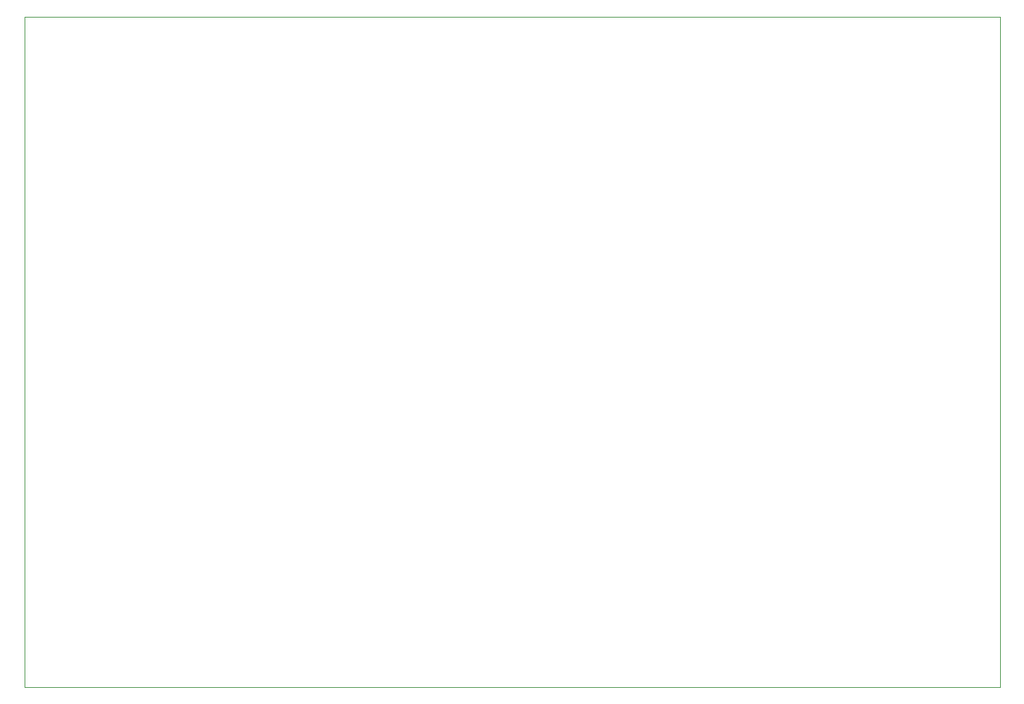
<source format=gbr>
%TF.GenerationSoftware,KiCad,Pcbnew,5.1.10-88a1d61d58~88~ubuntu20.04.1*%
%TF.CreationDate,2021-06-19T14:45:42+02:00*%
%TF.ProjectId,WindowControl,57696e64-6f77-4436-9f6e-74726f6c2e6b,rev?*%
%TF.SameCoordinates,Original*%
%TF.FileFunction,Profile,NP*%
%FSLAX46Y46*%
G04 Gerber Fmt 4.6, Leading zero omitted, Abs format (unit mm)*
G04 Created by KiCad (PCBNEW 5.1.10-88a1d61d58~88~ubuntu20.04.1) date 2021-06-19 14:45:42*
%MOMM*%
%LPD*%
G01*
G04 APERTURE LIST*
%TA.AperFunction,Profile*%
%ADD10C,0.050000*%
%TD*%
G04 APERTURE END LIST*
D10*
X137414000Y-21844000D02*
X19939000Y-21844000D01*
X137414000Y-102616000D02*
X137414000Y-21844000D01*
X19939000Y-102616000D02*
X137414000Y-102616000D01*
X19939000Y-21844000D02*
X19939000Y-102616000D01*
M02*

</source>
